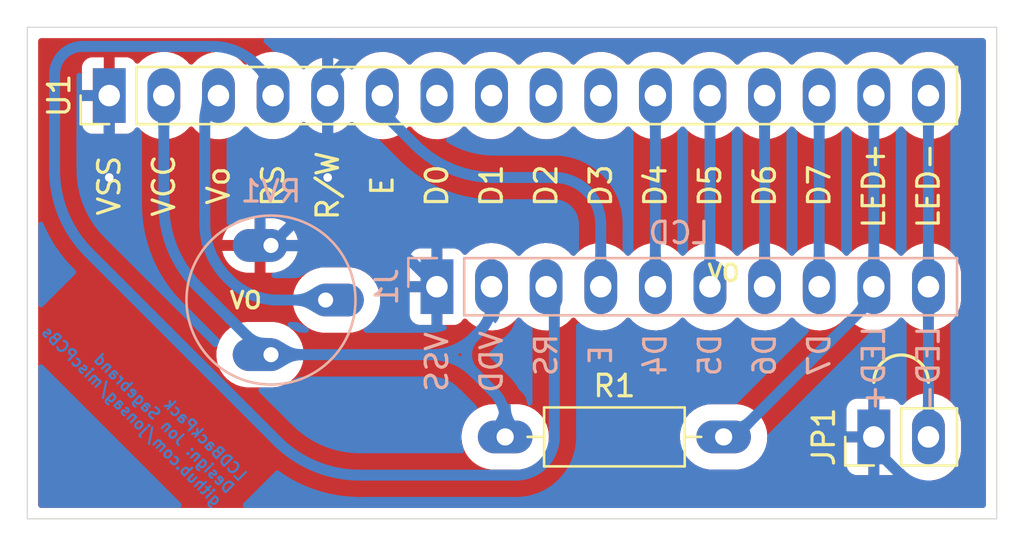
<source format=kicad_pcb>
(kicad_pcb (version 20240108) (generator "pcbnew") (generator_version "8.0")
  (layers (0 "F.Cu" signal) (31 "B.Cu" signal) (34 "B.Paste" user) (35 "F.Paste" user) (36 "B.SilkS" user "B.Silkscreen") (37 "F.SilkS" user "F.Silkscreen") (38 "B.Mask" user) (39 "F.Mask" user) (44 "Edge.Cuts" user))
  (net 0 "")
  (net 1 "Net-(J1-Pad8)")
  (net 2 "Net-(J1-Pad7)")
  (net 3 "Net-(J1-Pad6)")
  (net 4 "Net-(J1-Pad5)")
  (net 5 "Net-(J1-Pad4)")
  (net 6 "Net-(J1-Pad3)")
  (net 7 "Net-(J1-Pad2)")
  (net 8 "Net-(J1-Pad10)")
  (net 9 "Net-(J1-Pad9)")
  (net 10 "Net-(U1-Pad3)")
  (net 15 "/GND")
  (footprint "My_Misc:R_Axial_DIN0207_L6.3mm_D2.5mm_P10.16mm_Horizontal_larger_pads" (layer "F.Cu") (at 149.86 71.755)
    (property "Reference" "R1" (at 5.08 -2.37 0) (layer "F.SilkS"))
    (property "Value" "220R" (hide yes))
    (fp_line (start 1.04 0) (end 1.81 0) (stroke (width 0.12)) (layer "F.SilkS"))
    (fp_line (start 1.81 -1.37) (end 1.81 1.37) (stroke (width 0.12)) (layer "F.SilkS"))
    (fp_line (start 1.81 1.37) (end 8.35 1.37) (stroke (width 0.12)) (layer "F.SilkS"))
    (fp_line (start 8.35 -1.37) (end 1.81 -1.37) (stroke (width 0.12)) (layer "F.SilkS"))
    (fp_line (start 8.35 1.37) (end 8.35 -1.37) (stroke (width 0.12)) (layer "F.SilkS"))
    (fp_line (start 9.12 0) (end 8.35 0) (stroke (width 0.12)) (layer "F.SilkS"))
    (pad "1" thru_hole oval (at 0 0) (size 2.54 1.524) (drill 0.8) (layers "*.Cu" "*.Mask") (net 7 "Net-(J1-Pad2)"))
    (pad "2" thru_hole oval (at 10.16 0) (size 2.54 1.524) (drill 0.8) (layers "*.Cu" "*.Mask") (net 9 "Net-(J1-Pad9)"))
  )
  (footprint "My_Parts:LCD_HD44780_16x2_w_headers_no outlinelarge" (layer "F.Cu") (at 131.445 55.88)
    (property "Reference" "U1" (at -2.33 0 90) (layer "F.SilkS"))
    (property "Value" "LCD_HD44780")
    (fp_line (start -1.33 1.33) (end -1.33 0) (stroke (width 0.12)) (layer "F.SilkS"))
    (fp_line (start 0 1.33) (end -1.33 1.33) (stroke (width 0.12)) (layer "F.SilkS"))
    (fp_line (start 1.27 -1.33) (end 39.43 -1.33) (stroke (width 0.12)) (layer "F.SilkS"))
    (fp_line (start 1.27 1.33) (end 1.27 -1.33) (stroke (width 0.12)) (layer "F.SilkS"))
    (fp_line (start 1.27 1.33) (end 39.43 1.33) (stroke (width 0.12)) (layer "F.SilkS"))
    (fp_line (start 39.43 1.33) (end 39.43 -1.33) (stroke (width 0.12)) (layer "F.SilkS"))
    (fp_text user "D3" (at 22.86 4.19 90) (layer "F.SilkS"))
    (fp_text user "D7" (at 33.02 4.19 90) (layer "F.SilkS"))
    (fp_text user "Vo" (at 5.08 4.19 90) (layer "F.SilkS"))
    (fp_text user "LED-" (at 38.1 4.19 90) (layer "F.SilkS"))
    (fp_text user "D4" (at 25.4 4.19 90) (layer "F.SilkS"))
    (fp_text user "D6" (at 30.48 4.19 90) (layer "F.SilkS"))
    (fp_text user "RS" (at 7.62 4.19 90) (layer "F.SilkS"))
    (fp_text user "E" (at 12.7 4.19 90) (layer "F.SilkS"))
    (fp_text user "VSS" (at 0 4.19 90) (layer "F.SilkS"))
    (fp_text user "D1" (at 17.78 4.19 90) (layer "F.SilkS"))
    (fp_text user "VCC" (at 2.54 4.19 90) (layer "F.SilkS"))
    (fp_text user "R/W" (at 10.16 4.19 90) (layer "F.SilkS"))
    (fp_text user "LED+" (at 35.56 4.19 90) (layer "F.SilkS"))
    (fp_text user "D5" (at 27.94 4.19 90) (layer "F.SilkS"))
    (fp_text user "D0" (at 15.24 4.19 90) (layer "F.SilkS"))
    (fp_text user "D2" (at 20.32 4.19 90) (layer "F.SilkS"))
    (pad "1" thru_hole rect (at 0 0 90) (size 2.54 1.524) (drill 1) (layers "*.Cu" "*.Mask") (net 15 "/GND"))
    (pad "2" thru_hole oval (at 2.54 0 90) (size 2.54 1.524) (drill 1) (layers "*.Cu" "*.Mask") (net 7 "Net-(J1-Pad2)"))
    (pad "3" thru_hole oval (at 5.08 0 90) (size 2.54 1.524) (drill 1) (layers "*.Cu" "*.Mask") (net 10 "Net-(U1-Pad3)"))
    (pad "4" thru_hole oval (at 7.62 0 90) (size 2.54 1.524) (drill 1) (layers "*.Cu" "*.Mask") (net 6 "Net-(J1-Pad3)"))
    (pad "5" thru_hole oval (at 10.16 0 90) (size 2.54 1.524) (drill 1) (layers "*.Cu" "*.Mask") (net 15 "/GND"))
    (pad "6" thru_hole oval (at 12.7 0 90) (size 2.54 1.524) (drill 1) (layers "*.Cu" "*.Mask") (net 5 "Net-(J1-Pad4)"))
    (pad "7" thru_hole oval (at 15.24 0 90) (size 2.54 1.524) (drill 1) (layers "*.Cu" "*.Mask"))
    (pad "8" thru_hole oval (at 17.78 0 90) (size 2.54 1.524) (drill 1) (layers "*.Cu" "*.Mask"))
    (pad "9" thru_hole oval (at 20.32 0 90) (size 2.54 1.524) (drill 1) (layers "*.Cu" "*.Mask"))
    (pad "10" thru_hole oval (at 22.86 0 90) (size 2.54 1.524) (drill 1) (layers "*.Cu" "*.Mask"))
    (pad "11" thru_hole oval (at 25.4 0 90) (size 2.54 1.524) (drill 1) (layers "*.Cu" "*.Mask") (net 4 "Net-(J1-Pad5)"))
    (pad "12" thru_hole oval (at 27.94 0 90) (size 2.54 1.524) (drill 1) (layers "*.Cu" "*.Mask") (net 3 "Net-(J1-Pad6)"))
    (pad "13" thru_hole oval (at 30.48 0 90) (size 2.54 1.524) (drill 1) (layers "*.Cu" "*.Mask") (net 2 "Net-(J1-Pad7)"))
    (pad "14" thru_hole oval (at 33.02 0 90) (size 2.54 1.524) (drill 1) (layers "*.Cu" "*.Mask") (net 1 "Net-(J1-Pad8)"))
    (pad "15" thru_hole oval (at 35.56 0 90) (size 2.54 1.524) (drill 1) (layers "*.Cu" "*.Mask") (net 9 "Net-(J1-Pad9)"))
    (pad "16" thru_hole oval (at 38.1 0 90) (size 2.54 1.524) (drill 1) (layers "*.Cu" "*.Mask") (net 8 "Net-(J1-Pad10)"))
  )
  (footprint "My_Parts:Angled_Jumper_1x02_P2.54mm_large" (layer "F.Cu") (at 167.005 71.755 90)
    (property "Reference" "JP1" (at 0 -2.33 90) (layer "F.SilkS"))
    (property "Value" "Jumper_2_Open" (hide yes))
    (fp_line (start -1.33 -1.33) (end 0 -1.33) (stroke (width 0.12)) (layer "F.SilkS"))
    (fp_line (start -1.33 0) (end -1.33 -1.33) (stroke (width 0.12)) (layer "F.SilkS"))
    (fp_line (start 1.33 1.27) (end 1.33 3.87) (stroke (width 0.12)) (layer "F.SilkS"))
    (fp_line (start -1.33 1.27) (end 1.33 1.27) (stroke (width 0.12)) (layer "F.SilkS"))
    (fp_line (start -1.33 1.27) (end -1.33 3.87) (stroke (width 0.12)) (layer "F.SilkS"))
    (fp_line (start -1.33 3.87) (end 1.33 3.87) (stroke (width 0.12)) (layer "F.SilkS"))
    (fp_arc (start 2.54 0) (mid 3.81 1.27) (end 2.54 2.54) (stroke (width 0.15)) (layer "F.SilkS"))
    (pad "1" thru_hole rect (at 0 0 90) (size 2.54 1.524) (drill 1) (layers "*.Cu" "*.Mask") (net 15 "/GND"))
    (pad "2" thru_hole oval (at 0 2.54 90) (size 2.54 1.524) (drill 1) (layers "*.Cu" "*.Mask") (net 8 "Net-(J1-Pad10)"))
  )
  (footprint "My_Headers:10-pin_LCD_header_larger_pads" (layer "B.Cu") (at 146.685 64.77 -90)
    (property "Reference" "J1" (at 0 2.33 90) (layer "B.SilkS") (effects (justify mirror)))
    (property "Value" "10-pin_header_LCD_interface" (hide yes))
    (fp_line (start -1.33 1.33) (end 0 1.33) (stroke (width 0.12)) (layer "B.SilkS"))
    (fp_line (start -1.33 0) (end -1.33 1.33) (stroke (width 0.12)) (layer "B.SilkS"))
    (fp_line (start -1.33 -1.27) (end 1.33 -1.27) (stroke (width 0.12)) (layer "B.SilkS"))
    (fp_line (start -1.33 -1.27) (end -1.33 -24.19) (stroke (width 0.12)) (layer "B.SilkS"))
    (fp_line (start 1.33 -1.27) (end 1.33 -24.19) (stroke (width 0.12)) (layer "B.SilkS"))
    (fp_line (start -1.33 -24.19) (end 1.33 -24.19) (stroke (width 0.12)) (layer "B.SilkS"))
    (fp_text user "LED+" (at 3.81 -20.32 90) (layer "B.SilkS") (effects (justify mirror)))
    (fp_text user "D5" (at 3.175 -12.7 90) (layer "B.SilkS") (effects (justify mirror)))
    (fp_text user "D6" (at 3.175 -15.24 90) (layer "B.SilkS") (effects (justify mirror)))
    (fp_text user "LED-" (at 3.81 -22.86 90) (layer "B.SilkS") (effects (justify mirror)))
    (fp_text user "E" (at 3.175 -7.62 90) (layer "B.SilkS") (effects (justify mirror)))
    (fp_text user "RS" (at 3.175 -5.08 90) (layer "B.SilkS") (effects (justify mirror)))
    (fp_text user "LCD" (at -2.5 -11.25 0) (layer "B.SilkS") (effects (justify mirror)))
    (fp_text user "D4" (at 3.175 -10.16 90) (layer "B.SilkS") (effects (justify mirror)))
    (fp_text user "VSS" (at 3.5 0 90) (layer "B.SilkS") (effects (justify mirror)))
    (fp_text user "VDD" (at 3.5 -2.54 90) (layer "B.SilkS") (effects (justify mirror)))
    (fp_text user "D7" (at 3.175 -17.78 90) (layer "B.SilkS") (effects (justify mirror)))
    (pad "1" thru_hole rect (at 0 0 270) (size 2.54 1.524) (drill 1) (layers "*.Cu" "*.Mask") (net 15 "/GND"))
    (pad "2" thru_hole oval (at 0 -2.54 270) (size 2.54 1.524) (drill 1) (layers "*.Cu" "*.Mask") (net 7 "Net-(J1-Pad2)"))
    (pad "3" thru_hole oval (at 0 -5.08 270) (size 2.54 1.524) (drill 1) (layers "*.Cu" "*.Mask") (net 6 "Net-(J1-Pad3)"))
    (pad "4" thru_hole oval (at 0 -7.62 270) (size 2.54 1.524) (drill 1) (layers "*.Cu" "*.Mask") (net 5 "Net-(J1-Pad4)"))
    (pad "5" thru_hole oval (at 0 -10.16 270) (size 2.54 1.524) (drill 1) (layers "*.Cu" "*.Mask") (net 4 "Net-(J1-Pad5)"))
    (pad "6" thru_hole oval (at 0 -12.7 270) (size 2.54 1.524) (drill 1) (layers "*.Cu" "*.Mask") (net 3 "Net-(J1-Pad6)"))
    (pad "7" thru_hole oval (at 0 -15.24 270) (size 2.54 1.524) (drill 1) (layers "*.Cu" "*.Mask") (net 2 "Net-(J1-Pad7)"))
    (pad "8" thru_hole oval (at 0 -17.78 270) (size 2.54 1.524) (drill 1) (layers "*.Cu" "*.Mask") (net 1 "Net-(J1-Pad8)"))
    (pad "9" thru_hole oval (at 0 -20.32 270) (size 2.54 1.524) (drill 1) (layers "*.Cu" "*.Mask") (net 9 "Net-(J1-Pad9)"))
    (pad "10" thru_hole oval (at 0 -22.86 270) (size 2.54 1.524) (drill 1) (layers "*.Cu" "*.Mask") (net 8 "Net-(J1-Pad10)"))
  )
  (footprint "My_Misc:Potentiometer_Bourns_3339P_Vertical_large" (layer "B.Cu") (at 138.9685 67.93 180)
    (property "Reference" "RV1" (at 0 7.6 0) (layer "B.SilkS") (effects (justify mirror)))
    (property "Value" "Contrast")
    (fp_circle (center 0 2.54) (end 3.93 2.54) (stroke (width 0.12)) (fill none) (layer "B.SilkS"))
    (pad "1" thru_hole oval (at 0 0 180) (size 2.54 1.524) (drill 0.7 (offset 0.508 0)) (layers "*.Cu" "*.Mask") (net 7 "Net-(J1-Pad2)"))
    (pad "2" thru_hole oval (at -2.54 2.54 180) (size 2.54 1.524) (drill 0.7 (offset -0.508 0)) (layers "*.Cu" "*.Mask") (net 10 "Net-(U1-Pad3)"))
    (pad "3" thru_hole oval (at 0 5.08 180) (size 2.54 1.524) (drill 0.7 (offset 0.508 0)) (layers "*.Cu" "*.Mask") (net 15 "/GND"))
  )
  (gr_line (start 172.72 75.565) (end 127.635 75.565) (stroke (width 0.05)) (layer "Edge.Cuts"))
  (gr_line (start 127.635 75.565) (end 127.635 52.705) (stroke (width 0.05)) (layer "Edge.Cuts"))
  (gr_line (start 172.72 52.705) (end 172.72 75.565) (stroke (width 0.05)) (layer "Edge.Cuts"))
  (gr_line (start 127.635 52.705) (end 172.72 52.705) (stroke (width 0.05)) (layer "Edge.Cuts"))
  (gr_text "LCDBackPack\nDesign: Jon Sagebrand\ngithub.com/jonsag/miscPCBs" (at 137.16 74.295 -45) (layer "B.Cu") (effects (font (size 0.508 0.508) (thickness 0.1016)) (justify left mirror)))
  (gr_text "VO" (at 137.795 65.405 0) (layer "F.SilkS") (effects (font (size 0.762 0.762) (thickness 0.1524))))
  (gr_text "VO" (at 160.02 64.135 0) (layer "F.SilkS") (effects (font (size 0.762 0.762) (thickness 0.1524))))
  (segment (start 164.465 64.77) (end 164.465 55.88) (width 0.508) (layer "B.Cu") (net 1))
  (segment (start 161.925 55.88) (end 161.925 64.77) (width 0.508) (layer "B.Cu") (net 2))
  (segment (start 159.385 64.77) (end 159.385 55.88) (width 0.508) (layer "B.Cu") (net 3))
  (segment (start 156.845 64.77) (end 156.845 55.88) (width 0.508) (layer "B.Cu") (net 4))
  (segment (start 149.348261 59.69) (end 152.136974 59.69) (width 0.508) (layer "B.Cu") (net 5))
  (segment (start 154.305 61.858025) (end 154.305 64.77) (width 0.508) (layer "B.Cu") (net 5))
  (segment (start 144.145 56.261) (end 144.145 55.88) (width 0.508) (layer "B.Cu") (net 5))
  (segment (start 145.669 58.166) (end 144.414407 56.911407) (width 0.508) (layer "B.Cu") (net 5))
  (arc (start 153.67 60.325) (mid 154.139968 61.028357) (end 154.305 61.858025) (width 0.508) (layer "B.Cu") (net 5))
  (arc (start 144.145 56.261) (mid 144.215016 56.612997) (end 144.414407 56.911407) (width 0.508) (layer "B.Cu") (net 5))
  (arc (start 153.67 60.325) (mid 152.966641 59.855031) (end 152.136974 59.69) (width 0.508) (layer "B.Cu") (net 5))
  (arc (start 145.669 58.166) (mid 147.357059 59.293925) (end 149.348261 59.69) (width 0.508) (layer "B.Cu") (net 5))
  (segment (start 139.248727 71.938727) (end 130.498792 63.188792) (width 0.508) (layer "B.Cu") (net 6))
  (segment (start 138.840493 55.020493) (end 138.23974 54.41974) (width 0.508) (layer "B.Cu") (net 6))
  (segment (start 139.065 55.5625) (end 139.065 55.88) (width 0.508) (layer "B.Cu") (net 6))
  (segment (start 152.14552 71.754998) (end 152.14552 65.419588) (width 0.508) (layer "B.Cu") (net 6))
  (segment (start 143.096483 73.53252) (end 150.367998 73.53252) (width 0.508) (layer "B.Cu") (net 6))
  (segment (start 128.905 59.341036) (end 128.905 54.896145) (width 0.508) (layer "B.Cu") (net 6))
  (segment (start 151.95526 64.96026) (end 151.765 64.77) (width 0.508) (layer "B.Cu") (net 6))
  (segment (start 130.206665 53.59448) (end 136.247386 53.59448) (width 0.508) (layer "B.Cu") (net 6))
  (arc (start 130.206665 53.59448) (mid 129.708539 53.693563) (end 129.286249 53.975729) (width 0.508) (layer "B.Cu") (net 6))
  (arc (start 129.286249 53.975729) (mid 129.004083 54.398019) (end 128.905 54.896145) (width 0.508) (layer "B.Cu") (net 6))
  (arc (start 138.840493 55.020493) (mid 139.006652 55.269168) (end 139.065 55.5625) (width 0.508) (layer "B.Cu") (net 6))
  (arc (start 128.905 59.341036) (mid 129.319213 61.423426) (end 130.498792 63.188792) (width 0.508) (layer "B.Cu") (net 6))
  (arc (start 151.95526 64.96026) (mid 152.096073 65.171001) (end 152.14552 65.419588) (width 0.508) (layer "B.Cu") (net 6))
  (arc (start 151.624896 73.011896) (mid 151.048226 73.397214) (end 150.367998 73.53252) (width 0.508) (layer "B.Cu") (net 6))
  (arc (start 152.14552 71.754998) (mid 152.010214 72.435226) (end 151.624896 73.011896) (width 0.508) (layer "B.Cu") (net 6))
  (arc (start 139.248727 71.938727) (mid 141.014092 73.118306) (end 143.096483 73.53252) (width 0.508) (layer "B.Cu") (net 6))
  (arc (start 138.23974 54.41974) (mid 137.32564 53.808958) (end 136.247386 53.59448) (width 0.508) (layer "B.Cu") (net 6))
  (segment (start 139.091082 67.93) (end 146.430503 67.93) (width 0.508) (layer "B.Cu") (net 7))
  (segment (start 138.636657 67.843321) (end 135.578792 64.785456) (width 0.508) (layer "B.Cu") (net 7))
  (segment (start 148.68653 66.831491) (end 148.406511 67.111511) (width 0.508) (layer "B.Cu") (net 7))
  (segment (start 139.091082 67.93) (end 138.845918 67.93) (width 0.508) (layer "B.Cu") (net 7))
  (segment (start 149.310923 69.652901) (end 148.406511 68.748489) (width 0.508) (layer "B.Cu") (net 7))
  (segment (start 133.985 60.9377) (end 133.985 55.88) (width 0.508) (layer "B.Cu") (net 7))
  (segment (start 149.225 65.531511) (end 149.225 64.77) (width 0.508) (layer "B.Cu") (net 7))
  (segment (start 149.86 70.978489) (end 149.86 71.755) (width 0.508) (layer "B.Cu") (net 7))
  (arc (start 146.430503 67.93) (mid 147.49991 67.717281) (end 148.406511 67.111511) (width 0.508) (layer "B.Cu") (net 7))
  (arc (start 149.310923 69.652901) (mid 149.717299 70.261086) (end 149.86 70.978489) (width 0.508) (layer "B.Cu") (net 7))
  (arc (start 148.406511 67.111511) (mid 148.067481 67.93) (end 148.406511 68.748489) (width 0.508) (layer "B.Cu") (net 7))
  (arc (start 138.636657 67.843321) (mid 138.732666 67.907472) (end 138.845918 67.93) (width 0.508) (layer "B.Cu") (net 7))
  (arc (start 133.985 60.9377) (mid 134.399213 63.02009) (end 135.578792 64.785456) (width 0.508) (layer "B.Cu") (net 7))
  (arc (start 149.225 65.531511) (mid 149.085056 66.235055) (end 148.68653 66.831491) (width 0.508) (layer "B.Cu") (net 7))
  (arc (start 148.406511 68.748489) (mid 147.49991 68.142718) (end 146.430503 67.93) (width 0.508) (layer "B.Cu") (net 7))
  (segment (start 169.545 62.426856) (end 169.545 67.113144) (width 0.508) (layer "B.Cu") (net 8))
  (segment (start 169.545 67.113144) (end 169.545 71.755) (width 0.508) (layer "B.Cu") (net 8))
  (segment (start 169.545 62.426856) (end 169.545 55.88) (width 0.508) (layer "B.Cu") (net 8))
  (segment (start 160.274 71.755) (end 160.02 71.755) (width 0.508) (layer "B.Cu") (net 9))
  (segment (start 160.707605 71.575394) (end 166.825394 65.457605) (width 0.508) (layer "B.Cu") (net 9))
  (segment (start 167.005 64.516) (end 167.005 55.88) (width 0.508) (layer "B.Cu") (net 9))
  (segment (start 167.005 64.516) (end 167.005 65.024) (width 0.508) (layer "B.Cu") (net 9))
  (arc (start 167.005 65.024) (mid 166.958321 65.258665) (end 166.825394 65.457605) (width 0.508) (layer "B.Cu") (net 9))
  (arc (start 160.707605 71.575394) (mid 160.508665 71.708321) (end 160.274 71.755) (width 0.508) (layer "B.Cu") (net 9))
  (segment (start 136.2075 56.1975) (end 136.525 55.88) (width 0.508) (layer "B.Cu") (net 10))
  (segment (start 135.89 61.824352) (end 135.89 56.964012) (width 0.508) (layer "B.Cu") (net 10))
  (segment (start 139.15028 65.39) (end 141.5085 65.39) (width 0.508) (layer "B.Cu") (net 10))
  (arc (start 135.89 61.824352) (mid 136.161418 63.188866) (end 136.934354 64.345646) (width 0.508) (layer "B.Cu") (net 10))
  (arc (start 136.2075 56.1975) (mid 135.972515 56.549178) (end 135.89 56.964012) (width 0.508) (layer "B.Cu") (net 10))
  (arc (start 136.934354 64.345646) (mid 138.01177 65.118581) (end 139.15028 65.39) (width 0.508) (layer "B.Cu") (net 10))
  (segment (start 131.445 59.69) (end 141.605 59.69) (width 0.508) (layer "F.Cu") (net 15))
  (via (at 141.605 59.69) (size 2.032) (drill 0.4) (layers "F.Cu" "B.Cu") (net 15))
  (via (at 131.445 59.69) (size 2.032) (drill 0.4) (layers "F.Cu" "B.Cu") (net 15))
  (segment (start 145.7325 63.8175) (end 146.685 64.77) (width 0.508) (layer "B.Cu") (net 15))
  (segment (start 143.432961 62.865) (end 138.43 62.865) (width 0.508) (layer "B.Cu") (net 15))
  (segment (start 141.605 59.69) (end 141.605 56.261) (width 0.508) (layer "B.Cu") (net 15))
  (segment (start 169.80654 74.04052) (end 169.6085 74.04052) (width 0.508) (layer "B.Cu") (net 15))
  (segment (start 167.184605 72.442605) (end 168.198463 73.456463) (width 0.508) (layer "B.Cu") (net 15))
  (segment (start 141.605 59.69) (end 141.605 59.95175) (width 0.508) (layer "B.Cu") (net 15))
  (segment (start 142.366759 54.356239) (end 141.874407 54.848592) (width 0.508) (layer "B.Cu") (net 15))
  (segment (start 131.445 59.69) (end 131.445 55.88) (width 0.508) (layer "B.Cu") (net 15))
  (segment (start 141.419914 60.398585) (end 138.9685 62.85) (width 0.508) (layer "B.Cu") (net 15))
  (segment (start 141.605 55.499) (end 141.605 56.261) (width 0.508) (layer "B.Cu") (net 15))
  (segment (start 167.005 72.009) (end 167.005 71.755) (width 0.508) (layer "B.Cu") (net 15))
  (segment (start 171.32252 72.52454) (end 171.32252 55.110459) (width 0.508) (layer "B.Cu") (net 15))
  (segment (start 169.80654 53.59448) (end 144.205811 53.59448) (width 0.508) (layer "B.Cu") (net 15))
  (arc (start 144.205811 53.59448) (mid 143.210523 53.792454) (end 142.366759 54.356239) (width 0.508) (layer "B.Cu") (net 15))
  (arc (start 141.874407 54.848592) (mid 141.675016 55.147001) (end 141.605 55.499) (width 0.508) (layer "B.Cu") (net 15))
  (arc (start 168.198463 73.456463) (mid 168.845393 73.888728) (end 169.6085 74.04052) (width 0.508) (layer "B.Cu") (net 15))
  (arc (start 171.32252 72.52454) (mid 171.207122 73.10468) (end 170.8785 73.5965) (width 0.508) (layer "B.Cu") (net 15))
  (arc (start 170.8785 54.0385) (mid 170.38668 53.709877) (end 169.80654 53.59448) (width 0.508) (layer "B.Cu") (net 15))
  (arc (start 170.8785 73.5965) (mid 170.38668 73.925122) (end 169.80654 74.04052) (width 0.508) (layer "B.Cu") (net 15))
  (arc (start 141.605 59.95175) (mid 141.556897 60.193575) (end 141.419914 60.398585) (width 0.508) (layer "B.Cu") (net 15))
  (arc (start 145.7325 63.8175) (mid 144.677462 63.112546) (end 143.432961 62.865) (width 0.508) (layer "B.Cu") (net 15))
  (arc (start 170.8785 54.0385) (mid 171.207122 54.530318) (end 171.32252 55.110459) (width 0.508) (layer "B.Cu") (net 15))
  (arc (start 167.005 72.009) (mid 167.051677 72.243665) (end 167.184605 72.442605) (width 0.508) (layer "B.Cu") (net 15))
  (zone (net 15) (net_name "/GND") (layers "F&B.Cu") (connect_pads (clearance 0.508)) (min_thickness 0.254) (fill yes (thermal_gap 0.508) (thermal_bridge_width 0.508))
    (polygon (pts (xy 173.355 76.2) (xy 127 76.2) (xy 127 52.07) (xy 173.355 52.07)))
  )
  (zone (net 0) (net_name "") (layers "F&B.Cu") (connect_pads (clearance 0.508)) (min_thickness 0.254) (fill yes (thermal_gap 0.508) (thermal_bridge_width 0.508))
    (polygon (pts (xy 173.99 76.835) (xy 126.365 76.835) (xy 126.365 51.435) (xy 173.99 51.435)))
  )
  (zone (net 7) (net_name "Net-(J1-Pad2)") (layer "B.Cu") (priority 16962) (connect_pads yes (clearance 0)) (min_thickness 0.0254) (fill yes (thermal_gap 0.508) (thermal_bridge_width 0.508))
    (polygon (pts (xy 134.239 57.402) (xy 134.244759 57.227964) (xy 134.261396 57.081705) (xy 134.28795 56.957393) (xy 134.32346 56.849201) (xy 134.366966 56.7513) (xy 134.417506 56.657861) (xy 134.474121 56.563054) (xy 134.535848 56.461052) (xy 134.601728 56.346026) (xy 134.6708 56.212148) (xy 133.985 55.499) (xy 133.2992 56.212148) (xy 133.368271 56.346026) (xy 133.434151 56.461052) (xy 133.495878 56.563054) (xy 133.552493 56.657861) (xy 133.603033 56.7513) (xy 133.646539 56.849201) (xy 133.682049 56.957393) (xy 133.708603 57.081705) (xy 133.72524 57.227964) (xy 133.731 57.402)))
  )
  (zone (net 9) (net_name "Net-(J1-Pad9)") (layer "B.Cu") (priority 16962) (connect_pads yes (clearance 0)) (min_thickness 0.0254) (fill yes (thermal_gap 0.508) (thermal_bridge_width 0.508))
    (polygon (pts (xy 166.751 63.248) (xy 166.74524 63.422035) (xy 166.728603 63.568294) (xy 166.702049 63.692606) (xy 166.666539 63.800798) (xy 166.623033 63.898699) (xy 166.572493 63.992138) (xy 166.515878 64.086945) (xy 166.454151 64.188947) (xy 166.388271 64.303973) (xy 166.3192 64.437852) (xy 167.005 65.151) (xy 167.6908 64.437852) (xy 167.621728 64.303973) (xy 167.555848 64.188947) (xy 167.494121 64.086945) (xy 167.437506 63.992138) (xy 167.386966 63.898699) (xy 167.34346 63.800798) (xy 167.30795 63.692606) (xy 167.281396 63.568294) (xy 167.264759 63.422035) (xy 167.259 63.248)))
  )
  (zone (net 5) (net_name "Net-(J1-Pad4)") (layer "B.Cu") (priority 16962) (connect_pads yes (clearance 0)) (min_thickness 0.0254) (fill yes (thermal_gap 0.508) (thermal_bridge_width 0.508))
    (polygon (pts (xy 154.051 63.248) (xy 154.04524 63.422035) (xy 154.028603 63.568294) (xy 154.002049 63.692606) (xy 153.966539 63.800798) (xy 153.923033 63.898699) (xy 153.872493 63.992138) (xy 153.815878 64.086945) (xy 153.754151 64.188947) (xy 153.688271 64.303973) (xy 153.6192 64.437852) (xy 154.305 65.151) (xy 154.9908 64.437852) (xy 154.921728 64.303973) (xy 154.855848 64.188947) (xy 154.794121 64.086945) (xy 154.737506 63.992138) (xy 154.686966 63.898699) (xy 154.64346 63.800798) (xy 154.60795 63.692606) (xy 154.581396 63.568294) (xy 154.564759 63.422035) (xy 154.559 63.248)))
  )
  (zone (net 9) (net_name "Net-(J1-Pad9)") (layer "B.Cu") (priority 16962) (connect_pads yes (clearance 0)) (min_thickness 0.0254) (fill yes (thermal_gap 0.508) (thermal_bridge_width 0.508))
    (polygon (pts (xy 166.419516 66.222694) (xy 166.563717 66.084384) (xy 166.691348 65.972745) (xy 166.805974 65.881686) (xy 166.911163 65.805114) (xy 167.010479 65.73694) (xy 167.107491 65.67107) (xy 167.205764 65.601414) (xy 167.308864 65.521881) (xy 167.420359 65.426378) (xy 167.543815 65.308815) (xy 167.117202 64.405897) (xy 166.251798 64.885454) (xy 166.271544 65.00506) (xy 166.290351 65.11411) (xy 166.305331 65.214745) (xy 166.313593 65.309106) (xy 166.312249 65.399336) (xy 166.298409 65.487577) (xy 166.269184 65.57597) (xy 166.221684 65.666657) (xy 166.153021 65.761781) (xy 166.060306 65.863484)))
  )
  (zone (net 8) (net_name "Net-(J1-Pad10)") (layer "B.Cu") (priority 16962) (connect_pads yes (clearance 0)) (min_thickness 0.0254) (fill yes (thermal_gap 0.508) (thermal_bridge_width 0.508))
    (polygon (pts (xy 169.799 66.292) (xy 169.804759 66.117964) (xy 169.821396 65.971705) (xy 169.84795 65.847393) (xy 169.88346 65.739201) (xy 169.926966 65.6413) (xy 169.977506 65.547861) (xy 170.034121 65.453054) (xy 170.095848 65.351052) (xy 170.161728 65.236026) (xy 170.2308 65.102148) (xy 169.545 64.389) (xy 168.8592 65.102148) (xy 168.928271 65.236026) (xy 168.994151 65.351052) (xy 169.055878 65.453054) (xy 169.112493 65.547861) (xy 169.163033 65.6413) (xy 169.206539 65.739201) (xy 169.242049 65.847393) (xy 169.268603 65.971705) (xy 169.28524 66.117964) (xy 169.291 66.292)))
  )
  (zone (net 9) (net_name "Net-(J1-Pad9)") (layer "B.Cu") (priority 16962) (connect_pads yes (clearance 0)) (min_thickness 0.0254) (fill yes (thermal_gap 0.508) (thermal_bridge_width 0.508))
    (polygon (pts (xy 161.113484 70.810306) (xy 161.011781 70.903021) (xy 160.916657 70.971684) (xy 160.82597 71.019184) (xy 160.737577 71.048409) (xy 160.649336 71.062249) (xy 160.559106 71.063593) (xy 160.464745 71.055331) (xy 160.36411 71.040351) (xy 160.25506 71.021544) (xy 160.135454 71.001798) (xy 159.655897 71.867202) (xy 160.558815 72.293815) (xy 160.676378 72.170359) (xy 160.771881 72.058864) (xy 160.851414 71.955764) (xy 160.92107 71.857491) (xy 160.98694 71.760479) (xy 161.055114 71.661163) (xy 161.131686 71.555974) (xy 161.222745 71.441348) (xy 161.334384 71.313717) (xy 161.472694 71.169516)))
  )
  (zone (net 10) (net_name "Net-(U1-Pad3)") (layer "B.Cu") (priority 16962) (connect_pads yes (clearance 0)) (min_thickness 0.0254) (fill yes (thermal_gap 0.508) (thermal_bridge_width 0.508))
    (polygon (pts (xy 139.9865 65.644) (xy 140.160535 65.649759) (xy 140.306794 65.666396) (xy 140.431106 65.69295) (xy 140.539298 65.72846) (xy 140.637199 65.771966) (xy 140.730638 65.822506) (xy 140.825445 65.879121) (xy 140.927447 65.940848) (xy 141.042473 66.006728) (xy 141.176352 66.0758) (xy 141.8895 65.39) (xy 141.176352 64.7042) (xy 141.042473 64.773271) (xy 140.927447 64.839151) (xy 140.825445 64.900878) (xy 140.730638 64.957493) (xy 140.637199 65.008033) (xy 140.539298 65.051539) (xy 140.431106 65.087049) (xy 140.306794 65.113603) (xy 140.160535 65.13024) (xy 139.9865 65.136)))
  )
  (zone (net 3) (net_name "Net-(J1-Pad6)") (layer "B.Cu") (priority 16962) (connect_pads yes (clearance 0)) (min_thickness 0.0254) (fill yes (thermal_gap 0.508) (thermal_bridge_width 0.508))
    (polygon (pts (xy 159.639 57.402) (xy 159.644759 57.227964) (xy 159.661396 57.081705) (xy 159.68795 56.957393) (xy 159.72346 56.849201) (xy 159.766966 56.7513) (xy 159.817506 56.657861) (xy 159.874121 56.563054) (xy 159.935848 56.461052) (xy 160.001728 56.346026) (xy 160.0708 56.212148) (xy 159.385 55.499) (xy 158.6992 56.212148) (xy 158.768271 56.346026) (xy 158.834151 56.461052) (xy 158.895878 56.563054) (xy 158.952493 56.657861) (xy 159.003033 56.7513) (xy 159.046539 56.849201) (xy 159.082049 56.957393) (xy 159.108603 57.081705) (xy 159.12524 57.227964) (xy 159.131 57.402)))
  )
  (zone (net 3) (net_name "Net-(J1-Pad6)") (layer "B.Cu") (priority 16962) (connect_pads yes (clearance 0)) (min_thickness 0.0254) (fill yes (thermal_gap 0.508) (thermal_bridge_width 0.508))
    (polygon (pts (xy 159.131 63.248) (xy 159.12524 63.422035) (xy 159.108603 63.568294) (xy 159.082049 63.692606) (xy 159.046539 63.800798) (xy 159.003033 63.898699) (xy 158.952493 63.992138) (xy 158.895878 64.086945) (xy 158.834151 64.188947) (xy 158.768271 64.303973) (xy 158.6992 64.437852) (xy 159.385 65.151) (xy 160.0708 64.437852) (xy 160.001728 64.303973) (xy 159.935848 64.188947) (xy 159.874121 64.086945) (xy 159.817506 63.992138) (xy 159.766966 63.898699) (xy 159.72346 63.800798) (xy 159.68795 63.692606) (xy 159.661396 63.568294) (xy 159.644759 63.422035) (xy 159.639 63.248)))
  )
  (zone (net 7) (net_name "Net-(J1-Pad2)") (layer "B.Cu") (priority 16962) (connect_pads yes (clearance 0)) (min_thickness 0.0254) (fill yes (thermal_gap 0.508) (thermal_bridge_width 0.508))
    (polygon (pts (xy 137.601866 67.16774) (xy 137.731753 67.305229) (xy 137.833648 67.428537) (xy 137.913243 67.541268) (xy 137.976233 67.647026) (xy 138.02831 67.749416) (xy 138.07517 67.852043) (xy 138.122506 67.958511) (xy 138.176011 68.072425) (xy 138.24138 68.19739) (xy 138.324307 68.337011) (xy 139.292053 68.131181) (xy 139.048558 67.172218) (xy 138.911286 67.160538) (xy 138.788276 67.153652) (xy 138.676557 67.147704) (xy 138.573157 67.13884) (xy 138.475106 67.123203) (xy 138.379431 67.096941) (xy 138.283162 67.056197) (xy 138.183327 66.997117) (xy 138.076955 66.915846) (xy 137.961076 66.80853)))
  )
  (zone (net 8) (net_name "Net-(J1-Pad10)") (layer "B.Cu") (priority 16962) (connect_pads yes (clearance 0)) (min_thickness 0.0254) (fill yes (thermal_gap 0.508) (thermal_bridge_width 0.508))
    (polygon (pts (xy 169.291 63.248) (xy 169.28524 63.422035) (xy 169.268603 63.568294) (xy 169.242049 63.692606) (xy 169.206539 63.800798) (xy 169.163033 63.898699) (xy 169.112493 63.992138) (xy 169.055878 64.086945) (xy 168.994151 64.188947) (xy 168.928271 64.303973) (xy 168.8592 64.437852) (xy 169.545 65.151) (xy 170.2308 64.437852) (xy 170.161728 64.303973) (xy 170.095848 64.188947) (xy 170.034121 64.086945) (xy 169.977506 63.992138) (xy 169.926966 63.898699) (xy 169.88346 63.800798) (xy 169.84795 63.692606) (xy 169.821396 63.568294) (xy 169.804759 63.422035) (xy 169.799 63.248)))
  )
  (zone (net 5) (net_name "Net-(J1-Pad4)") (layer "B.Cu") (priority 16962) (connect_pads yes (clearance 0)) (min_thickness 0.0254) (fill yes (thermal_gap 0.508) (thermal_bridge_width 0.508))
    (polygon (pts (xy 144.86342 57.00121) (xy 144.790707 56.919423) (xy 144.738764 56.840928) (xy 144.705589 56.764731) (xy 144.689182 56.689837) (xy 144.687541 56.615251) (xy 144.698666 56.53998) (xy 144.720555 56.463028) (xy 144.751208 56.383402) (xy 144.788623 56.300106) (xy 144.8308 56.212148) (xy 144.145 55.499) (xy 143.606185 56.418815) (xy 143.713929 56.527779) (xy 143.805571 56.622734) (xy 143.885656 56.707699) (xy 143.958724 56.786694) (xy 144.02932 56.86374) (xy 144.101986 56.942856) (xy 144.181265 57.028062) (xy 144.2717 57.123378) (xy 144.377834 57.232824) (xy 144.50421 57.36042)))
  )
  (zone (net 4) (net_name "Net-(J1-Pad5)") (layer "B.Cu") (priority 16962) (connect_pads yes (clearance 0)) (min_thickness 0.0254) (fill yes (thermal_gap 0.508) (thermal_bridge_width 0.508))
    (polygon (pts (xy 156.591 63.248) (xy 156.58524 63.422035) (xy 156.568603 63.568294) (xy 156.542049 63.692606) (xy 156.506539 63.800798) (xy 156.463033 63.898699) (xy 156.412493 63.992138) (xy 156.355878 64.086945) (xy 156.294151 64.188947) (xy 156.228271 64.303973) (xy 156.1592 64.437852) (xy 156.845 65.151) (xy 157.5308 64.437852) (xy 157.461728 64.303973) (xy 157.395848 64.188947) (xy 157.334121 64.086945) (xy 157.277506 63.992138) (xy 157.226966 63.898699) (xy 157.18346 63.800798) (xy 157.14795 63.692606) (xy 157.121396 63.568294) (xy 157.104759 63.422035) (xy 157.099 63.248)))
  )
  (zone (net 9) (net_name "Net-(J1-Pad9)") (layer "B.Cu") (priority 16962) (connect_pads yes (clearance 0)) (min_thickness 0.0254) (fill yes (thermal_gap 0.508) (thermal_bridge_width 0.508))
    (polygon (pts (xy 167.259 57.402) (xy 167.264759 57.227964) (xy 167.281396 57.081705) (xy 167.30795 56.957393) (xy 167.34346 56.849201) (xy 167.386966 56.7513) (xy 167.437506 56.657861) (xy 167.494121 56.563054) (xy 167.555848 56.461052) (xy 167.621728 56.346026) (xy 167.6908 56.212148) (xy 167.005 55.499) (xy 166.3192 56.212148) (xy 166.388271 56.346026) (xy 166.454151 56.461052) (xy 166.515878 56.563054) (xy 166.572493 56.657861) (xy 166.623033 56.7513) (xy 166.666539 56.849201) (xy 166.702049 56.957393) (xy 166.728603 57.081705) (xy 166.74524 57.227964) (xy 166.751 57.402)))
  )
  (zone (net 7) (net_name "Net-(J1-Pad2)") (layer "B.Cu") (priority 16962) (connect_pads yes (clearance 0)) (min_thickness 0.0254) (fill yes (thermal_gap 0.508) (thermal_bridge_width 0.508))
    (polygon (pts (xy 140.4905 67.676) (xy 140.316464 67.67024) (xy 140.170205 67.653603) (xy 140.045893 67.627049) (xy 139.937701 67.591539) (xy 139.8398 67.548033) (xy 139.746361 67.497493) (xy 139.651554 67.440878) (xy 139.549552 67.379151) (xy 139.434526 67.313271) (xy 139.300648 67.2442) (xy 138.5875 67.93) (xy 139.300648 68.6158) (xy 139.434526 68.546728) (xy 139.549552 68.480848) (xy 139.651554 68.419121) (xy 139.746361 68.362506) (xy 139.8398 68.311966) (xy 139.937701 68.26846) (xy 140.045893 68.23295) (xy 140.170205 68.206396) (xy 140.316464 68.189759) (xy 140.4905 68.184)))
  )
  (zone (net 10) (net_name "Net-(U1-Pad3)") (layer "B.Cu") (priority 16962) (connect_pads yes (clearance 0)) (min_thickness 0.0254) (fill yes (thermal_gap 0.508) (thermal_bridge_width 0.508))
    (polygon (pts (xy 136.144 57.148974) (xy 136.152601 57.035104) (xy 136.177389 56.94244) (xy 136.216835 56.867941) (xy 136.269411 56.808569) (xy 136.33359 56.761284) (xy 136.407845 56.723047) (xy 136.490648 56.69082) (xy 136.580471 56.661562) (xy 136.675787 56.632234) (xy 136.775069 56.599798) (xy 136.794407 55.610593) (xy 135.763 55.88) (xy 135.759444 56.030022) (xy 135.749792 56.158889) (xy 135.735567 56.272606) (xy 135.718296 56.377181) (xy 135.6995 56.478618) (xy 135.680704 56.582925) (xy 135.663432 56.696108) (xy 135.649208 56.824173) (xy 135.639556 56.973126) (xy 135.636 57.148974)))
  )
  (zone (net 8) (net_name "Net-(J1-Pad10)") (layer "B.Cu") (priority 16962) (connect_pads yes (clearance 0)) (min_thickness 0.0254) (fill yes (thermal_gap 0.508) (thermal_bridge_width 0.508))
    (polygon (pts (xy 169.291 70.233) (xy 169.28524 70.407035) (xy 169.268603 70.553294) (xy 169.242049 70.677606) (xy 169.206539 70.785798) (xy 169.163033 70.883699) (xy 169.112493 70.977138) (xy 169.055878 71.071945) (xy 168.994151 71.173947) (xy 168.928271 71.288973) (xy 168.8592 71.422852) (xy 169.545 72.136) (xy 170.2308 71.422852) (xy 170.161728 71.288973) (xy 170.095848 71.173947) (xy 170.034121 71.071945) (xy 169.977506 70.977138) (xy 169.926966 70.883699) (xy 169.88346 70.785798) (xy 169.84795 70.677606) (xy 169.821396 70.553294) (xy 169.804759 70.407035) (xy 169.799 70.233)))
  )
  (zone (net 1) (net_name "Net-(J1-Pad8)") (layer "B.Cu") (priority 16962) (connect_pads yes (clearance 0)) (min_thickness 0.0254) (fill yes (thermal_gap 0.508) (thermal_bridge_width 0.508))
    (polygon (pts (xy 164.719 57.402) (xy 164.724759 57.227964) (xy 164.741396 57.081705) (xy 164.76795 56.957393) (xy 164.80346 56.849201) (xy 164.846966 56.7513) (xy 164.897506 56.657861) (xy 164.954121 56.563054) (xy 165.015848 56.461052) (xy 165.081728 56.346026) (xy 165.1508 56.212148) (xy 164.465 55.499) (xy 163.7792 56.212148) (xy 163.848271 56.346026) (xy 163.914151 56.461052) (xy 163.975878 56.563054) (xy 164.032493 56.657861) (xy 164.083033 56.7513) (xy 164.126539 56.849201) (xy 164.162049 56.957393) (xy 164.188603 57.081705) (xy 164.20524 57.227964) (xy 164.211 57.402)))
  )
  (zone (net 1) (net_name "Net-(J1-Pad8)") (layer "B.Cu") (priority 16962) (connect_pads yes (clearance 0)) (min_thickness 0.0254) (fill yes (thermal_gap 0.508) (thermal_bridge_width 0.508))
    (polygon (pts (xy 164.211 63.248) (xy 164.20524 63.422035) (xy 164.188603 63.568294) (xy 164.162049 63.692606) (xy 164.126539 63.800798) (xy 164.083033 63.898699) (xy 164.032493 63.992138) (xy 163.975878 64.086945) (xy 163.914151 64.188947) (xy 163.848271 64.303973) (xy 163.7792 64.437852) (xy 164.465 65.151) (xy 165.1508 64.437852) (xy 165.081728 64.303973) (xy 165.015848 64.188947) (xy 164.954121 64.086945) (xy 164.897506 63.992138) (xy 164.846966 63.898699) (xy 164.80346 63.800798) (xy 164.76795 63.692606) (xy 164.741396 63.568294) (xy 164.724759 63.422035) (xy 164.719 63.248)))
  )
  (zone (net 7) (net_name "Net-(J1-Pad2)") (layer "B.Cu") (priority 16962) (connect_pads yes (clearance 0)) (min_thickness 0.0254) (fill yes (thermal_gap 0.508) (thermal_bridge_width 0.508))
    (polygon (pts (xy 149.398256 66.478975) (xy 149.503868 66.350833) (xy 149.567344 66.226208) (xy 149.598729 66.104707) (xy 149.608071 65.98594) (xy 149.605416 65.869514) (xy 149.60081 65.755039) (xy 149.6043 65.642122) (xy 149.625934 65.530374) (xy 149.675756 65.419402) (xy 149.763815 65.308815) (xy 149.225 64.389) (xy 148.5392 65.102148) (xy 148.615056 65.225197) (xy 148.710316 65.336024) (xy 148.815549 65.437438) (xy 148.921322 65.532248) (xy 149.0182 65.623263) (xy 149.096753 65.713294) (xy 149.147547 65.805151) (xy 149.161149 65.901641) (xy 149.128126 66.005576) (xy 149.039047 66.119766)))
  )
  (zone (net 6) (net_name "Net-(J1-Pad3)") (layer "B.Cu") (priority 16962) (connect_pads yes (clearance 0)) (min_thickness 0.0254) (fill yes (thermal_gap 0.508) (thermal_bridge_width 0.508))
    (polygon (pts (xy 138.226372 54.765582) (xy 138.309809 54.858117) (xy 138.370646 54.945695) (xy 138.411314 55.029913) (xy 138.434245 55.112373) (xy 138.44187 55.194674) (xy 138.436621 55.278415) (xy 138.420929 55.365197) (xy 138.397226 55.456619) (xy 138.367944 55.554282) (xy 138.335515 55.659785) (xy 139.12489 56.256263) (xy 139.603815 55.341185) (xy 139.487557 55.227263) (xy 139.38532 55.131366) (xy 139.29305 55.048439) (xy 139.206691 54.973425) (xy 139.122188 54.901268) (xy 139.035485 54.826912) (xy 138.942529 54.7453) (xy 138.839263 54.651377) (xy 138.721632 54.540086) (xy 138.585582 54.406372)))
  )
  (zone (net 4) (net_name "Net-(J1-Pad5)") (layer "B.Cu") (priority 16962) (connect_pads yes (clearance 0)) (min_thickness 0.0254) (fill yes (thermal_gap 0.508) (thermal_bridge_width 0.508))
    (polygon (pts (xy 157.099 57.402) (xy 157.104759 57.227964) (xy 157.121396 57.081705) (xy 157.14795 56.957393) (xy 157.18346 56.849201) (xy 157.226966 56.7513) (xy 157.277506 56.657861) (xy 157.334121 56.563054) (xy 157.395848 56.461052) (xy 157.461728 56.346026) (xy 157.5308 56.212148) (xy 156.845 55.499) (xy 156.1592 56.212148) (xy 156.228271 56.346026) (xy 156.294151 56.461052) (xy 156.355878 56.563054) (xy 156.412493 56.657861) (xy 156.463033 56.7513) (xy 156.506539 56.849201) (xy 156.542049 56.957393) (xy 156.568603 57.081705) (xy 156.58524 57.227964) (xy 156.591 57.402)))
  )
  (zone (net 6) (net_name "Net-(J1-Pad3)") (layer "B.Cu") (priority 16962) (connect_pads yes (clearance 0)) (min_thickness 0.0254) (fill yes (thermal_gap 0.508) (thermal_bridge_width 0.508))
    (polygon (pts (xy 152.39952 66.19252) (xy 152.403089 65.995549) (xy 152.412777 65.82863) (xy 152.427055 65.685054) (xy 152.444392 65.558111) (xy 152.46326 65.441091) (xy 152.482127 65.327284) (xy 152.499464 65.209981) (xy 152.513742 65.082473) (xy 152.52343 64.938049) (xy 152.527 64.77) (xy 151.574812 64.439865) (xy 151.336559 65.400144) (xy 151.434717 65.465444) (xy 151.524833 65.524884) (xy 151.606369 65.581823) (xy 151.678783 65.63962) (xy 151.741538 65.701634) (xy 151.794092 65.771223) (xy 151.835907 65.851748) (xy 151.866443 65.946566) (xy 151.885161 66.059037) (xy 151.89152 66.19252)))
  )
  (zone (net 2) (net_name "Net-(J1-Pad7)") (layer "B.Cu") (priority 16962) (connect_pads yes (clearance 0)) (min_thickness 0.0254) (fill yes (thermal_gap 0.508) (thermal_bridge_width 0.508))
    (polygon (pts (xy 162.179 57.402) (xy 162.184759 57.227964) (xy 162.201396 57.081705) (xy 162.22795 56.957393) (xy 162.26346 56.849201) (xy 162.306966 56.7513) (xy 162.357506 56.657861) (xy 162.414121 56.563054) (xy 162.475848 56.461052) (xy 162.541728 56.346026) (xy 162.6108 56.212148) (xy 161.925 55.499) (xy 161.2392 56.212148) (xy 161.308271 56.346026) (xy 161.374151 56.461052) (xy 161.435878 56.563054) (xy 161.492493 56.657861) (xy 161.543033 56.7513) (xy 161.586539 56.849201) (xy 161.622049 56.957393) (xy 161.648603 57.081705) (xy 161.66524 57.227964) (xy 161.671 57.402)))
  )
  (zone (net 8) (net_name "Net-(J1-Pad10)") (layer "B.Cu") (priority 16962) (connect_pads yes (clearance 0)) (min_thickness 0.0254) (fill yes (thermal_gap 0.508) (thermal_bridge_width 0.508))
    (polygon (pts (xy 169.799 57.402) (xy 169.804759 57.227964) (xy 169.821396 57.081705) (xy 169.84795 56.957393) (xy 169.88346 56.849201) (xy 169.926966 56.7513) (xy 169.977506 56.657861) (xy 170.034121 56.563054) (xy 170.095848 56.461052) (xy 170.161728 56.346026) (xy 170.2308 56.212148) (xy 169.545 55.499) (xy 168.8592 56.212148) (xy 168.928271 56.346026) (xy 168.994151 56.461052) (xy 169.055878 56.563054) (xy 169.112493 56.657861) (xy 169.163033 56.7513) (xy 169.206539 56.849201) (xy 169.242049 56.957393) (xy 169.268603 57.081705) (xy 169.28524 57.227964) (xy 169.291 57.402)))
  )
  (zone (net 2) (net_name "Net-(J1-Pad7)") (layer "B.Cu") (priority 16962) (connect_pads yes (clearance 0)) (min_thickness 0.0254) (fill yes (thermal_gap 0.508) (thermal_bridge_width 0.508))
    (polygon (pts (xy 161.671 63.248) (xy 161.66524 63.422035) (xy 161.648603 63.568294) (xy 161.622049 63.692606) (xy 161.586539 63.800798) (xy 161.543033 63.898699) (xy 161.492493 63.992138) (xy 161.435878 64.086945) (xy 161.374151 64.188947) (xy 161.308271 64.303973) (xy 161.2392 64.437852) (xy 161.925 65.151) (xy 162.6108 64.437852) (xy 162.541728 64.303973) (xy 162.475848 64.188947) (xy 162.414121 64.086945) (xy 162.357506 63.992138) (xy 162.306966 63.898699) (xy 162.26346 63.800798) (xy 162.22795 63.692606) (xy 162.201396 63.568294) (xy 162.184759 63.422035) (xy 162.179 63.248)))
  )
  (zone (net 7) (net_name "Net-(J1-Pad2)") (layer "B.Cu") (priority 16962) (connect_pads yes (clearance 0)) (min_thickness 0.0254) (fill yes (thermal_gap 0.508) (thermal_bridge_width 0.508))
    (polygon (pts (xy 149.606 70.233) (xy 149.60024 70.407035) (xy 149.583603 70.553294) (xy 149.557049 70.677606) (xy 149.521539 70.785798) (xy 149.478033 70.883699) (xy 149.427493 70.977138) (xy 149.370878 71.071945) (xy 149.309151 71.173947) (xy 149.243271 71.288973) (xy 149.1742 71.422852) (xy 149.86 72.136) (xy 150.5458 71.422852) (xy 150.476728 71.288973) (xy 150.410848 71.173947) (xy 150.349121 71.071945) (xy 150.292506 70.977138) (xy 150.241966 70.883699) (xy 150.19846 70.785798) (xy 150.16295 70.677606) (xy 150.136396 70.553294) (xy 150.119759 70.407035) (xy 150.114 70.233)))
  )
)
</source>
